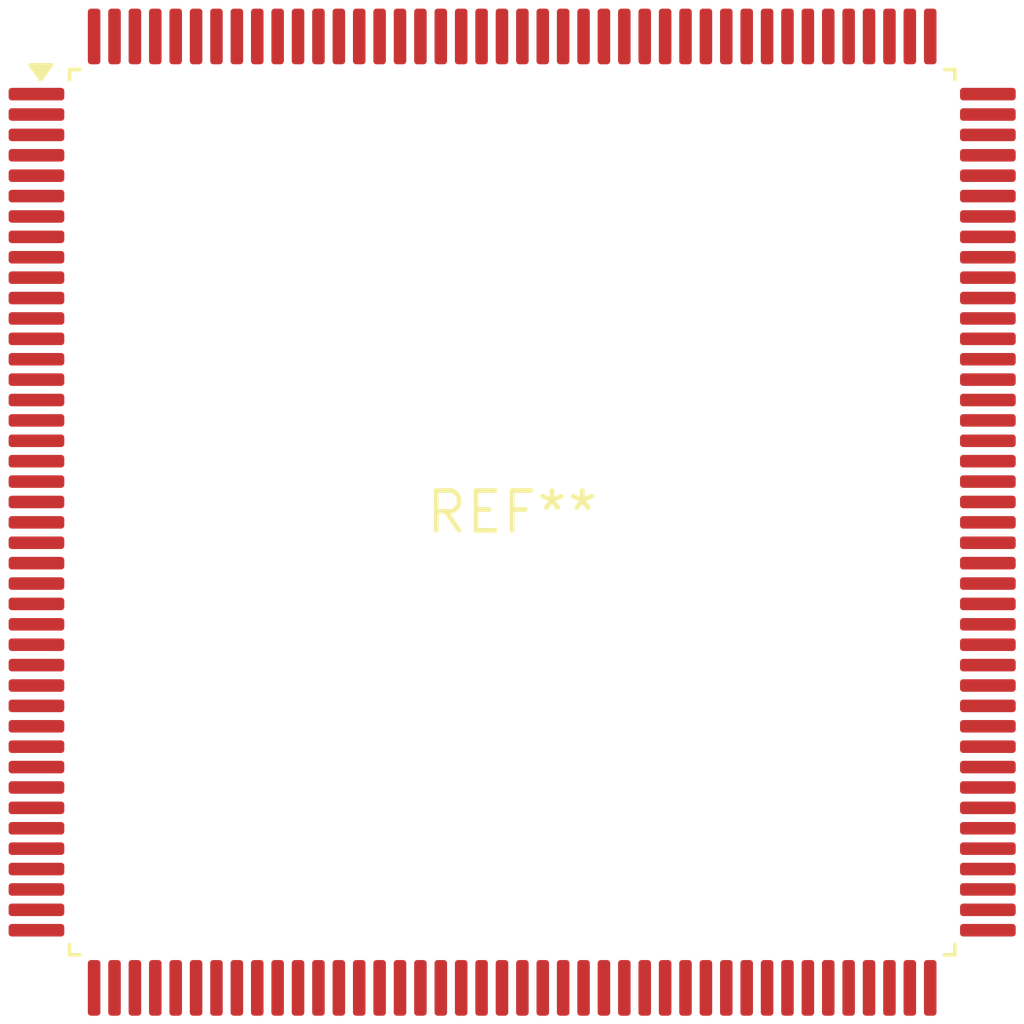
<source format=kicad_pcb>
(kicad_pcb (version 20240108) (generator pcbnew)
  (layers (0 "F.Cu" signal) (31 "B.Cu" signal) (34 "B.Paste" user) (35 "F.Paste" user) (36 "B.SilkS" user "B.Silkscreen") (37 "F.SilkS" user "F.Silkscreen") (38 "B.Mask" user) (39 "F.Mask" user) (44 "Edge.Cuts" user))
  (net 0 "")
  (footprint "PQFP-168_28x28mm_P0.65mm" (layer "F.Cu") (at 0 0)
    (property "Reference" "REF**")
    (property "Value" "PQFP-168_28x28mm_P0.65mm")
    (fp_line (start -14.11 -14.11) (end -14.11 -13.785) (layer "F.SilkS") (stroke (width 0.12)))
    (fp_line (start -14.11 14.11) (end -14.11 13.785) (layer "F.SilkS") (stroke (width 0.12)))
    (fp_line (start -13.785 -14.11) (end -14.11 -14.11) (layer "F.SilkS") (stroke (width 0.12)))
    (fp_line (start -13.785 14.11) (end -14.11 14.11) (layer "F.SilkS") (stroke (width 0.12)))
    (fp_line (start 13.785 -14.11) (end 14.11 -14.11) (layer "F.SilkS") (stroke (width 0.12)))
    (fp_line (start 13.785 14.11) (end 14.11 14.11) (layer "F.SilkS") (stroke (width 0.12)))
    (fp_line (start 14.11 -14.11) (end 14.11 -13.785) (layer "F.SilkS") (stroke (width 0.12)))
    (fp_line (start 14.11 14.11) (end 14.11 13.785) (layer "F.SilkS") (stroke (width 0.12)))
    (fp_poly (pts (xy -15.025 -13.785) (xy -15.365 -14.255) (xy -14.685 -14.255) (xy -15.025 -13.785)) (layer "F.SilkS") (stroke (width 0.12)) (fill solid))
    (pad "1" smd roundrect (at -15.1625 -13.325) (size 1.775 0.4) (layers "F.Cu" "F.Paste" "F.Mask"))
    (pad "2" smd roundrect (at -15.1625 -12.675) (size 1.775 0.4) (layers "F.Cu" "F.Paste" "F.Mask"))
    (pad "3" smd roundrect (at -15.1625 -12.025) (size 1.775 0.4) (layers "F.Cu" "F.Paste" "F.Mask"))
    (pad "4" smd roundrect (at -15.1625 -11.375) (size 1.775 0.4) (layers "F.Cu" "F.Paste" "F.Mask"))
    (pad "5" smd roundrect (at -15.1625 -10.725) (size 1.775 0.4) (layers "F.Cu" "F.Paste" "F.Mask"))
    (pad "6" smd roundrect (at -15.1625 -10.075) (size 1.775 0.4) (layers "F.Cu" "F.Paste" "F.Mask"))
    (pad "7" smd roundrect (at -15.1625 -9.425) (size 1.775 0.4) (layers "F.Cu" "F.Paste" "F.Mask"))
    (pad "8" smd roundrect (at -15.1625 -8.775) (size 1.775 0.4) (layers "F.Cu" "F.Paste" "F.Mask"))
    (pad "9" smd roundrect (at -15.1625 -8.125) (size 1.775 0.4) (layers "F.Cu" "F.Paste" "F.Mask"))
    (pad "10" smd roundrect (at -15.1625 -7.475) (size 1.775 0.4) (layers "F.Cu" "F.Paste" "F.Mask"))
    (pad "11" smd roundrect (at -15.1625 -6.825) (size 1.775 0.4) (layers "F.Cu" "F.Paste" "F.Mask"))
    (pad "12" smd roundrect (at -15.1625 -6.175) (size 1.775 0.4) (layers "F.Cu" "F.Paste" "F.Mask"))
    (pad "13" smd roundrect (at -15.1625 -5.525) (size 1.775 0.4) (layers "F.Cu" "F.Paste" "F.Mask"))
    (pad "14" smd roundrect (at -15.1625 -4.875) (size 1.775 0.4) (layers "F.Cu" "F.Paste" "F.Mask"))
    (pad "15" smd roundrect (at -15.1625 -4.225) (size 1.775 0.4) (layers "F.Cu" "F.Paste" "F.Mask"))
    (pad "16" smd roundrect (at -15.1625 -3.575) (size 1.775 0.4) (layers "F.Cu" "F.Paste" "F.Mask"))
    (pad "17" smd roundrect (at -15.1625 -2.925) (size 1.775 0.4) (layers "F.Cu" "F.Paste" "F.Mask"))
    (pad "18" smd roundrect (at -15.1625 -2.275) (size 1.775 0.4) (layers "F.Cu" "F.Paste" "F.Mask"))
    (pad "19" smd roundrect (at -15.1625 -1.625) (size 1.775 0.4) (layers "F.Cu" "F.Paste" "F.Mask"))
    (pad "20" smd roundrect (at -15.1625 -0.975) (size 1.775 0.4) (layers "F.Cu" "F.Paste" "F.Mask"))
    (pad "21" smd roundrect (at -15.1625 -0.325) (size 1.775 0.4) (layers "F.Cu" "F.Paste" "F.Mask"))
    (pad "22" smd roundrect (at -15.1625 0.325) (size 1.775 0.4) (layers "F.Cu" "F.Paste" "F.Mask"))
    (pad "23" smd roundrect (at -15.1625 0.975) (size 1.775 0.4) (layers "F.Cu" "F.Paste" "F.Mask"))
    (pad "24" smd roundrect (at -15.1625 1.625) (size 1.775 0.4) (layers "F.Cu" "F.Paste" "F.Mask"))
    (pad "25" smd roundrect (at -15.1625 2.275) (size 1.775 0.4) (layers "F.Cu" "F.Paste" "F.Mask"))
    (pad "26" smd roundrect (at -15.1625 2.925) (size 1.775 0.4) (layers "F.Cu" "F.Paste" "F.Mask"))
    (pad "27" smd roundrect (at -15.1625 3.575) (size 1.775 0.4) (layers "F.Cu" "F.Paste" "F.Mask"))
    (pad "28" smd roundrect (at -15.1625 4.225) (size 1.775 0.4) (layers "F.Cu" "F.Paste" "F.Mask"))
    (pad "29" smd roundrect (at -15.1625 4.875) (size 1.775 0.4) (layers "F.Cu" "F.Paste" "F.Mask"))
    (pad "30" smd roundrect (at -15.1625 5.525) (size 1.775 0.4) (layers "F.Cu" "F.Paste" "F.Mask"))
    (pad "31" smd roundrect (at -15.1625 6.175) (size 1.775 0.4) (layers "F.Cu" "F.Paste" "F.Mask"))
    (pad "32" smd roundrect (at -15.1625 6.825) (size 1.775 0.4) (layers "F.Cu" "F.Paste" "F.Mask"))
    (pad "33" smd roundrect (at -15.1625 7.475) (size 1.775 0.4) (layers "F.Cu" "F.Paste" "F.Mask"))
    (pad "34" smd roundrect (at -15.1625 8.125) (size 1.775 0.4) (layers "F.Cu" "F.Paste" "F.Mask"))
    (pad "35" smd roundrect (at -15.1625 8.775) (size 1.775 0.4) (layers "F.Cu" "F.Paste" "F.Mask"))
    (pad "36" smd roundrect (at -15.1625 9.425) (size 1.775 0.4) (layers "F.Cu" "F.Paste" "F.Mask"))
    (pad "37" smd roundrect (at -15.1625 10.075) (size 1.775 0.4) (layers "F.Cu" "F.Paste" "F.Mask"))
    (pad "38" smd roundrect (at -15.1625 10.725) (size 1.775 0.4) (layers "F.Cu" "F.Paste" "F.Mask"))
    (pad "39" smd roundrect (at -15.1625 11.375) (size 1.775 0.4) (layers "F.Cu" "F.Paste" "F.Mask"))
    (pad "40" smd roundrect (at -15.1625 12.025) (size 1.775 0.4) (layers "F.Cu" "F.Paste" "F.Mask"))
    (pad "41" smd roundrect (at -15.1625 12.675) (size 1.775 0.4) (layers "F.Cu" "F.Paste" "F.Mask"))
    (pad "42" smd roundrect (at -15.1625 13.325) (size 1.775 0.4) (layers "F.Cu" "F.Paste" "F.Mask"))
    (pad "43" smd roundrect (at -13.325 15.1625) (size 0.4 1.775) (layers "F.Cu" "F.Paste" "F.Mask"))
    (pad "44" smd roundrect (at -12.675 15.1625) (size 0.4 1.775) (layers "F.Cu" "F.Paste" "F.Mask"))
    (pad "45" smd roundrect (at -12.025 15.1625) (size 0.4 1.775) (layers "F.Cu" "F.Paste" "F.Mask"))
    (pad "46" smd roundrect (at -11.375 15.1625) (size 0.4 1.775) (layers "F.Cu" "F.Paste" "F.Mask"))
    (pad "47" smd roundrect (at -10.725 15.1625) (size 0.4 1.775) (layers "F.Cu" "F.Paste" "F.Mask"))
    (pad "48" smd roundrect (at -10.075 15.1625) (size 0.4 1.775) (layers "F.Cu" "F.Paste" "F.Mask"))
    (pad "49" smd roundrect (at -9.425 15.1625) (size 0.4 1.775) (layers "F.Cu" "F.Paste" "F.Mask"))
    (pad "50" smd roundrect (at -8.775 15.1625) (size 0.4 1.775) (layers "F.Cu" "F.Paste" "F.Mask"))
    (pad "51" smd roundrect (at -8.125 15.1625) (size 0.4 1.775) (layers "F.Cu" "F.Paste" "F.Mask"))
    (pad "52" smd roundrect (at -7.475 15.1625) (size 0.4 1.775) (layers "F.Cu" "F.Paste" "F.Mask"))
    (pad "53" smd roundrect (at -6.825 15.1625) (size 0.4 1.775) (layers "F.Cu" "F.Paste" "F.Mask"))
    (pad "54" smd roundrect (at -6.175 15.1625) (size 0.4 1.775) (layers "F.Cu" "F.Paste" "F.Mask"))
    (pad "55" smd roundrect (at -5.525 15.1625) (size 0.4 1.775) (layers "F.Cu" "F.Paste" "F.Mask"))
    (pad "56" smd roundrect (at -4.875 15.1625) (size 0.4 1.775) (layers "F.Cu" "F.Paste" "F.Mask"))
    (pad "57" smd roundrect (at -4.225 15.1625) (size 0.4 1.775) (layers "F.Cu" "F.Paste" "F.Mask"))
    (pad "58" smd roundrect (at -3.575 15.1625) (size 0.4 1.775) (layers "F.Cu" "F.Paste" "F.Mask"))
    (pad "59" smd roundrect (at -2.925 15.1625) (size 0.4 1.775) (layers "F.Cu" "F.Paste" "F.Mask"))
    (pad "60" smd roundrect (at -2.275 15.1625) (size 0.4 1.775) (layers "F.Cu" "F.Paste" "F.Mask"))
    (pad "61" smd roundrect (at -1.625 15.1625) (size 0.4 1.775) (layers "F.Cu" "F.Paste" "F.Mask"))
    (pad "62" smd roundrect (at -0.975 15.1625) (size 0.4 1.775) (layers "F.Cu" "F.Paste" "F.Mask"))
    (pad "63" smd roundrect (at -0.325 15.1625) (size 0.4 1.775) (layers "F.Cu" "F.Paste" "F.Mask"))
    (pad "64" smd roundrect (at 0.325 15.1625) (size 0.4 1.775) (layers "F.Cu" "F.Paste" "F.Mask"))
    (pad "65" smd roundrect (at 0.975 15.1625) (size 0.4 1.775) (layers "F.Cu" "F.Paste" "F.Mask"))
    (pad "66" smd roundrect (at 1.625 15.1625) (size 0.4 1.775) (layers "F.Cu" "F.Paste" "F.Mask"))
    (pad "67" smd roundrect (at 2.275 15.1625) (size 0.4 1.775) (layers "F.Cu" "F.Paste" "F.Mask"))
    (pad "68" smd roundrect (at 2.925 15.1625) (size 0.4 1.775) (layers "F.Cu" "F.Paste" "F.Mask"))
    (pad "69" smd roundrect (at 3.575 15.1625) (size 0.4 1.775) (layers "F.Cu" "F.Paste" "F.Mask"))
    (pad "70" smd roundrect (at 4.225 15.1625) (size 0.4 1.775) (layers "F.Cu" "F.Paste" "F.Mask"))
    (pad "71" smd roundrect (at 4.875 15.1625) (size 0.4 1.775) (layers "F.Cu" "F.Paste" "F.Mask"))
    (pad "72" smd roundrect (at 5.525 15.1625) (size 0.4 1.775) (layers "F.Cu" "F.Paste" "F.Mask"))
    (pad "73" smd roundrect (at 6.175 15.1625) (size 0.4 1.775) (layers "F.Cu" "F.Paste" "F.Mask"))
    (pad "74" smd roundrect (at 6.825 15.1625) (size 0.4 1.775) (layers "F.Cu" "F.Paste" "F.Mask"))
    (pad "75" smd roundrect (at 7.475 15.1625) (size 0.4 1.775) (layers "F.Cu" "F.Paste" "F.Mask"))
    (pad "76" smd roundrect (at 8.125 15.1625) (size 0.4 1.775) (layers "F.Cu" "F.Paste" "F.Mask"))
    (pad "77" smd roundrect (at 8.775 15.1625) (size 0.4 1.775) (layers "F.Cu" "F.Paste" "F.Mask"))
    (pad "78" smd roundrect (at 9.425 15.1625) (size 0.4 1.775) (layers "F.Cu" "F.Paste" "F.Mask"))
    (pad "79" smd roundrect (at 10.075 15.1625) (size 0.4 1.775) (layers "F.Cu" "F.Paste" "F.Mask"))
    (pad "80" smd roundrect (at 10.725 15.1625) (size 0.4 1.775) (layers "F.Cu" "F.Paste" "F.Mask"))
    (pad "81" smd roundrect (at 11.375 15.1625) (size 0.4 1.775) (layers "F.Cu" "F.Paste" "F.Mask"))
    (pad "82" smd roundrect (at 12.025 15.1625) (size 0.4 1.775) (layers "F.Cu" "F.Paste" "F.Mask"))
    (pad "83" smd roundrect (at 12.675 15.1625) (size 0.4 1.775) (layers "F.Cu" "F.Paste" "F.Mask"))
    (pad "84" smd roundrect (at 13.325 15.1625) (size 0.4 1.775) (layers "F.Cu" "F.Paste" "F.Mask"))
    (pad "85" smd roundrect (at 15.1625 13.325) (size 1.775 0.4) (layers "F.Cu" "F.Paste" "F.Mask"))
    (pad "86" smd roundrect (at 15.1625 12.675) (size 1.775 0.4) (layers "F.Cu" "F.Paste" "F.Mask"))
    (pad "87" smd roundrect (at 15.1625 12.025) (size 1.775 0.4) (layers "F.Cu" "F.Paste" "F.Mask"))
    (pad "88" smd roundrect (at 15.1625 11.375) (size 1.775 0.4) (layers "F.Cu" "F.Paste" "F.Mask"))
    (pad "89" smd roundrect (at 15.1625 10.725) (size 1.775 0.4) (layers "F.Cu" "F.Paste" "F.Mask"))
    (pad "90" smd roundrect (at 15.1625 10.075) (size 1.775 0.4) (layers "F.Cu" "F.Paste" "F.Mask"))
    (pad "91" smd roundrect (at 15.1625 9.425) (size 1.775 0.4) (layers "F.Cu" "F.Paste" "F.Mask"))
    (pad "92" smd roundrect (at 15.1625 8.775) (size 1.775 0.4) (layers "F.Cu" "F.Paste" "F.Mask"))
    (pad "93" smd roundrect (at 15.1625 8.125) (size 1.775 0.4) (layers "F.Cu" "F.Paste" "F.Mask"))
    (pad "94" smd roundrect (at 15.1625 7.475) (size 1.775 0.4) (layers "F.Cu" "F.Paste" "F.Mask"))
    (pad "95" smd roundrect (at 15.1625 6.825) (size 1.775 0.4) (layers "F.Cu" "F.Paste" "F.Mask"))
    (pad "96" smd roundrect (at 15.1625 6.175) (size 1.775 0.4) (layers "F.Cu" "F.Paste" "F.Mask"))
    (pad "97" smd roundrect (at 15.1625 5.525) (size 1.775 0.4) (layers "F.Cu" "F.Paste" "F.Mask"))
    (pad "98" smd roundrect (at 15.1625 4.875) (size 1.775 0.4) (layers "F.Cu" "F.Paste" "F.Mask"))
    (pad "99" smd roundrect (at 15.1625 4.225) (size 1.775 0.4) (layers "F.Cu" "F.Paste" "F.Mask"))
    (pad "100" smd roundrect (at 15.1625 3.575) (size 1.775 0.4) (layers "F.Cu" "F.Paste" "F.Mask"))
    (pad "101" smd roundrect (at 15.1625 2.925) (size 1.775 0.4) (layers "F.Cu" "F.Paste" "F.Mask"))
    (pad "102" smd roundrect (at 15.1625 2.275) (size 1.775 0.4) (layers "F.Cu" "F.Paste" "F.Mask"))
    (pad "103" smd roundrect (at 15.1625 1.625) (size 1.775 0.4) (layers "F.Cu" "F.Paste" "F.Mask"))
    (pad "104" smd roundrect (at 15.1625 0.975) (size 1.775 0.4) (layers "F.Cu" "F.Paste" "F.Mask"))
    (pad "105" smd roundrect (at 15.1625 0.325) (size 1.775 0.4) (layers "F.Cu" "F.Paste" "F.Mask"))
    (pad "106" smd roundrect (at 15.1625 -0.325) (size 1.775 0.4) (layers "F.Cu" "F.Paste" "F.Mask"))
    (pad "107" smd roundrect (at 15.1625 -0.975) (size 1.775 0.4) (layers "F.Cu" "F.Paste" "F.Mask"))
    (pad "108" smd roundrect (at 15.1625 -1.625) (size 1.775 0.4) (layers "F.Cu" "F.Paste" "F.Mask"))
    (pad "109" smd roundrect (at 15.1625 -2.275) (size 1.775 0.4) (layers "F.Cu" "F.Paste" "F.Mask"))
    (pad "110" smd roundrect (at 15.1625 -2.925) (size 1.775 0.4) (layers "F.Cu" "F.Paste" "F.Mask"))
    (pad "111" smd roundrect (at 15.1625 -3.575) (size 1.775 0.4) (layers "F.Cu" "F.Paste" "F.Mask"))
    (pad "112" smd roundrect (at 15.1625 -4.225) (size 1.775 0.4) (layers "F.Cu" "F.Paste" "F.Mask"))
    (pad "113" smd roundrect (at 15.1625 -4.875) (size 1.775 0.4) (layers "F.Cu" "F.Paste" "F.Mask"))
    (pad "114" smd roundrect (at 15.1625 -5.525) (size 1.775 0.4) (layers "F.Cu" "F.Paste" "F.Mask"))
    (pad "115" smd roundrect (at 15.1625 -6.175) (size 1.775 0.4) (layers "F.Cu" "F.Paste" "F.Mask"))
    (pad "116" smd roundrect (at 15.1625 -6.825) (size 1.775 0.4) (layers "F.Cu" "F.Paste" "F.Mask"))
    (pad "117" smd roundrect (at 15.1625 -7.475) (size 1.775 0.4) (layers "F.Cu" "F.Paste" "F.Mask"))
    (pad "118" smd roundrect (at 15.1625 -8.125) (size 1.775 0.4) (layers "F.Cu" "F.Paste" "F.Mask"))
    (pad "119" smd roundrect (at 15.1625 -8.775) (size 1.775 0.4) (layers "F.Cu" "F.Paste" "F.Mask"))
    (pad "120" smd roundrect (at 15.1625 -9.425) (size 1.775 0.4) (layers "F.Cu" "F.Paste" "F.Mask"))
    (pad "121" smd roundrect (at 15.1625 -10.075) (size 1.775 0.4) (layers "F.Cu" "F.Paste" "F.Mask"))
    (pad "122" smd roundrect (at 15.1625 -10.725) (size 1.775 0.4) (layers "F.Cu" "F.Paste" "F.Mask"))
    (pad "123" smd roundrect (at 15.1625 -11.375) (size 1.775 0.4) (layers "F.Cu" "F.Paste" "F.Mask"))
    (pad "124" smd roundrect (at 15.1625 -12.025) (size 1.775 0.4) (layers "F.Cu" "F.Paste" "F.Mask"))
    (pad "125" smd roundrect (at 15.1625 -12.675) (size 1.775 0.4) (layers "F.Cu" "F.Paste" "F.Mask"))
    (pad "126" smd roundrect (at 15.1625 -13.325) (size 1.775 0.4) (layers "F.Cu" "F.Paste" "F.Mask"))
    (pad "127" smd roundrect (at 13.325 -15.1625) (size 0.4 1.775) (layers "F.Cu" "F.Paste" "F.Mask"))
    (pad "128" smd roundrect (at 12.675 -15.1625) (size 0.4 1.775) (layers "F.Cu" "F.Paste" "F.Mask"))
    (pad "129" smd roundrect (at 12.025 -15.1625) (size 0.4 1.775) (layers "F.Cu" "F.Paste" "F.Mask"))
    (pad "130" smd roundrect (at 11.375 -15.1625) (size 0.4 1.775) (layers "F.Cu" "F.Paste" "F.Mask"))
    (pad "131" smd roundrect (at 10.725 -15.1625) (size 0.4 1.775) (layers "F.Cu" "F.Paste" "F.Mask"))
    (pad "132" smd roundrect (at 10.075 -15.1625) (size 0.4 1.775) (layers "F.Cu" "F.Paste" "F.Mask"))
    (pad "133" smd roundrect (at 9.425 -15.1625) (size 0.4 1.775) (layers "F.Cu" "F.Paste" "F.Mask"))
    (pad "134" smd roundrect (at 8.775 -15.1625) (size 0.4 1.775) (layers "F.Cu" "F.Paste" "F.Mask"))
    (pad "135" smd roundrect (at 8.125 -15.1625) (size 0.4 1.775) (layers "F.Cu" "F.Paste" "F.Mask"))
    (pad "136" smd roundrect (at 7.475 -15.1625) (size 0.4 1.775) (layers "F.Cu" "F.Paste" "F.Mask"))
    (pad "137" smd roundrect (at 6.825 -15.1625) (size 0.4 1.775) (layers "F.Cu" "F.Paste" "F.Mask"))
    (pad "138" smd roundrect (at 6.175 -15.1625) (size 0.4 1.775) (layers "F.Cu" "F.Paste" "F.Mask"))
    (pad "139" smd roundrect (at 5.525 -15.1625) (size 0.4 1.775) (layers "F.Cu" "F.Paste" "F.Mask"))
    (pad "140" smd roundrect (at 4.875 -15.1625) (size 0.4 1.775) (layers "F.Cu" "F.Paste" "F.Mask"))
    (pad "141" smd roundrect (at 4.225 -15.1625) (size 0.4 1.775) (layers "F.Cu" "F.Paste" "F.Mask"))
    (pad "142" smd roundrect (at 3.575 -15.1625) (size 0.4 1.775) (layers "F.Cu" "F.Paste" "F.Mask"))
    (pad "143" smd roundrect (at 2.925 -15.1625) (size 0.4 1.775) (layers "F.Cu" "F.Paste" "F.Mask"))
    (pad "144" smd roundrect (at 2.275 -15.1625) (size 0.4 1.775) (layers "F.Cu" "F.Paste" "F.Mask"))
    (pad "145" smd roundrect (at 1.625 -15.1625) (size 0.4 1.775) (layers "F.Cu" "F.Paste" "F.Mask"))
    (pad "146" smd roundrect (at 0.975 -15.1625) (size 0.4 1.775) (layers "F.Cu" "F.Paste" "F.Mask"))
    (pad "147" smd roundrect (at 0.325 -15.1625) (size 0.4 1.775) (layers "F.Cu" "F.Paste" "F.Mask"))
    (pad "148" smd roundrect (at -0.325 -15.1625) (size 0.4 1.775) (layers "F.Cu" "F.Paste" "F.Mask"))
    (pad "149" smd roundrect (at -0.975 -15.1625) (size 0.4 1.775) (layers "F.Cu" "F.Paste" "F.Mask"))
    (pad "150" smd roundrect (at -1.625 -15.1625) (size 0.4 1.775) (layers "F.Cu" "F.Paste" "F.Mask"))
    (pad "151" smd roundrect (at -2.275 -15.1625) (size 0.4 1.775) (layers "F.Cu" "F.Paste" "F.Mask"))
    (pad "152" smd roundrect (at -2.925 -15.1625) (size 0.4 1.775) (layers "F.Cu" "F.Paste" "F.Mask"))
    (pad "153" smd roundrect (at -3.575 -15.1625) (size 0.4 1.775) (layers "F.Cu" "F.Paste" "F.Mask"))
    (pad "154" smd roundrect (at -4.225 -15.1625) (size 0.4 1.775) (layers "F.Cu" "F.Paste" "F.Mask"))
    (pad "155" smd roundrect (at -4.875 -15.1625) (size 0.4 1.775) (layers "F.Cu" "F.Paste" "F.Mask"))
    (pad "156" smd roundrect (at -5.525 -15.1625) (size 0.4 1.775) (layers "F.Cu" "F.Paste" "F.Mask"))
    (pad "157" smd roundrect (at -6.175 -15.1625) (size 0.4 1.775) (layers "F.Cu" "F.Paste" "F.Mask"))
    (pad "158" smd roundrect (at -6.825 -15.1625) (size 0.4 1.775) (layers "F.Cu" "F.Paste" "F.Mask"))
    (pad "159" smd roundrect (at -7.475 -15.1625) (size 0.4 1.775) (layers "F.Cu" "F.Paste" "F.Mask"))
    (pad "160" smd roundrect (at -8.125 -15.1625) (size 0.4 1.775) (layers "F.Cu" "F.Paste" "F.Mask"))
    (pad "161" smd roundrect (at -8.775 -15.1625) (size 0.4 1.775) (layers "F.Cu" "F.Paste" "F.Mask"))
    (pad "162" smd roundrect (at -9.425 -15.1625) (size 0.4 1.775) (layers "F.Cu" "F.Paste" "F.Mask"))
    (pad "163" smd roundrect (at -10.075 -15.1625) (size 0.4 1.775) (layers "F.Cu" "F.Paste" "F.Mask"))
    (pad "164" smd roundrect (at -10.725 -15.1625) (size 0.4 1.775) (layers "F.Cu" "F.Paste" "F.Mask"))
    (pad "165" smd roundrect (at -11.375 -15.1625) (size 0.4 1.775) (layers "F.Cu" "F.Paste" "F.Mask"))
    (pad "166" smd roundrect (at -12.025 -15.1625) (size 0.4 1.775) (layers "F.Cu" "F.Paste" "F.Mask"))
    (pad "167" smd roundrect (at -12.675 -15.1625) (size 0.4 1.775) (layers "F.Cu" "F.Paste" "F.Mask"))
    (pad "168" smd roundrect (at -13.325 -15.1625) (size 0.4 1.775) (layers "F.Cu" "F.Paste" "F.Mask"))
  )
)
</source>
